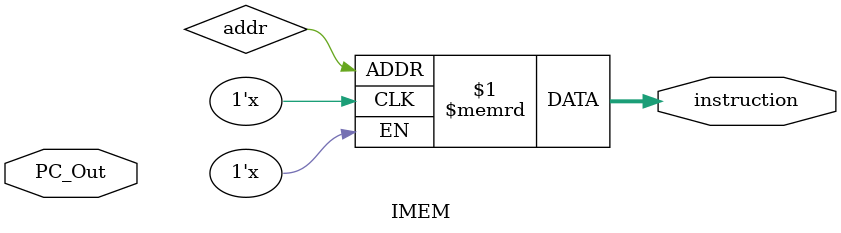
<source format=v>
module IMEM (
	
	input [29:0] PC_Out,
    output [31:0] instruction
);
    reg [31:0] memory [0:1023];
    assign instruction = memory[addr];
endmodule 

</source>
